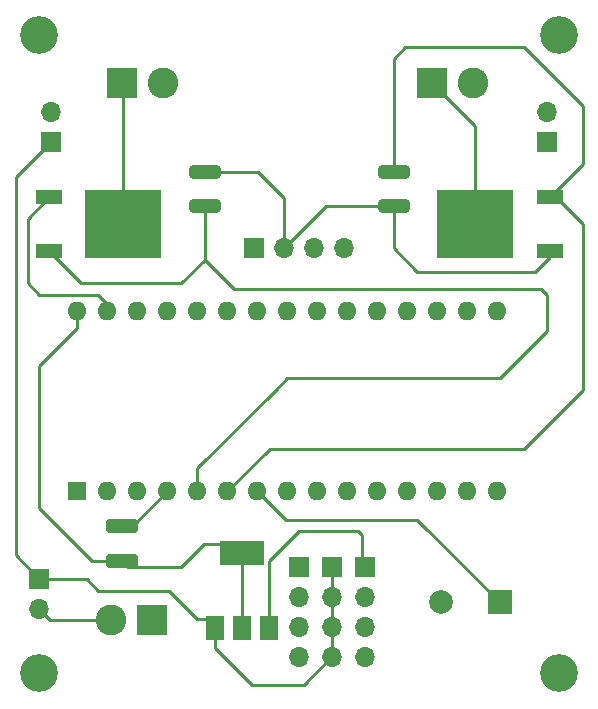
<source format=gbr>
%TF.GenerationSoftware,KiCad,Pcbnew,(6.0.1)*%
%TF.CreationDate,2022-02-19T19:07:31+01:00*%
%TF.ProjectId,NANOFC,4e414e4f-4643-42e6-9b69-6361645f7063,rev?*%
%TF.SameCoordinates,Original*%
%TF.FileFunction,Copper,L2,Bot*%
%TF.FilePolarity,Positive*%
%FSLAX46Y46*%
G04 Gerber Fmt 4.6, Leading zero omitted, Abs format (unit mm)*
G04 Created by KiCad (PCBNEW (6.0.1)) date 2022-02-19 19:07:31*
%MOMM*%
%LPD*%
G01*
G04 APERTURE LIST*
G04 Aperture macros list*
%AMRoundRect*
0 Rectangle with rounded corners*
0 $1 Rounding radius*
0 $2 $3 $4 $5 $6 $7 $8 $9 X,Y pos of 4 corners*
0 Add a 4 corners polygon primitive as box body*
4,1,4,$2,$3,$4,$5,$6,$7,$8,$9,$2,$3,0*
0 Add four circle primitives for the rounded corners*
1,1,$1+$1,$2,$3*
1,1,$1+$1,$4,$5*
1,1,$1+$1,$6,$7*
1,1,$1+$1,$8,$9*
0 Add four rect primitives between the rounded corners*
20,1,$1+$1,$2,$3,$4,$5,0*
20,1,$1+$1,$4,$5,$6,$7,0*
20,1,$1+$1,$6,$7,$8,$9,0*
20,1,$1+$1,$8,$9,$2,$3,0*%
G04 Aperture macros list end*
%TA.AperFunction,ComponentPad*%
%ADD10R,2.600000X2.600000*%
%TD*%
%TA.AperFunction,ComponentPad*%
%ADD11C,2.600000*%
%TD*%
%TA.AperFunction,ComponentPad*%
%ADD12R,1.700000X1.700000*%
%TD*%
%TA.AperFunction,ComponentPad*%
%ADD13O,1.700000X1.700000*%
%TD*%
%TA.AperFunction,ComponentPad*%
%ADD14R,2.000000X2.000000*%
%TD*%
%TA.AperFunction,ComponentPad*%
%ADD15C,2.000000*%
%TD*%
%TA.AperFunction,ComponentPad*%
%ADD16R,1.600000X1.600000*%
%TD*%
%TA.AperFunction,ComponentPad*%
%ADD17O,1.600000X1.600000*%
%TD*%
%TA.AperFunction,SMDPad,CuDef*%
%ADD18R,2.200000X1.200000*%
%TD*%
%TA.AperFunction,SMDPad,CuDef*%
%ADD19R,6.400000X5.800000*%
%TD*%
%TA.AperFunction,SMDPad,CuDef*%
%ADD20RoundRect,0.250000X1.075000X-0.312500X1.075000X0.312500X-1.075000X0.312500X-1.075000X-0.312500X0*%
%TD*%
%TA.AperFunction,SMDPad,CuDef*%
%ADD21RoundRect,0.250000X1.100000X-0.325000X1.100000X0.325000X-1.100000X0.325000X-1.100000X-0.325000X0*%
%TD*%
%TA.AperFunction,SMDPad,CuDef*%
%ADD22R,1.500000X2.000000*%
%TD*%
%TA.AperFunction,SMDPad,CuDef*%
%ADD23R,3.800000X2.000000*%
%TD*%
%TA.AperFunction,SMDPad,CuDef*%
%ADD24RoundRect,0.250000X-1.075000X0.312500X-1.075000X-0.312500X1.075000X-0.312500X1.075000X0.312500X0*%
%TD*%
%TA.AperFunction,ViaPad*%
%ADD25C,3.200000*%
%TD*%
%TA.AperFunction,Conductor*%
%ADD26C,0.250000*%
%TD*%
G04 APERTURE END LIST*
D10*
%TO.P,J4,1,Pin_1*%
%TO.N,Net-(J4-Pad1)*%
X160000000Y-67000000D03*
D11*
%TO.P,J4,2,Pin_2*%
%TO.N,Net-(J4-Pad2)*%
X163500000Y-67000000D03*
%TD*%
D12*
%TO.P,J8,1,Pin_1*%
%TO.N,+BATT*%
X153000000Y-109000000D03*
D13*
%TO.P,J8,2,Pin_2*%
%TO.N,Net-(J1-Pad2)*%
X153000000Y-111540000D03*
%TD*%
D14*
%TO.P,BZ1,1,-*%
%TO.N,Buzzer*%
X192000000Y-111000000D03*
D15*
%TO.P,BZ1,2,+*%
%TO.N,GND*%
X187000000Y-111000000D03*
%TD*%
D12*
%TO.P,J3,1,Pin_1*%
%TO.N,3.3v*%
X171200000Y-81000000D03*
D13*
%TO.P,J3,2,Pin_2*%
%TO.N,GND*%
X173740000Y-81000000D03*
%TO.P,J3,3,Pin_3*%
%TO.N,SCL*%
X176280000Y-81000000D03*
%TO.P,J3,4,Pin_4*%
%TO.N,SDA*%
X178820000Y-81000000D03*
%TD*%
D12*
%TO.P,J7,1,Pin_1*%
%TO.N,GND*%
X180600000Y-108000000D03*
D13*
%TO.P,J7,2,Pin_2*%
X180600000Y-110540000D03*
%TO.P,J7,3,Pin_3*%
X180600000Y-113080000D03*
%TO.P,J7,4,Pin_4*%
X180600000Y-115620000D03*
%TD*%
D16*
%TO.P,A1,1,D1/TX*%
%TO.N,unconnected-(A1-Pad1)*%
X156210000Y-101590000D03*
D17*
%TO.P,A1,2,D0/RX*%
%TO.N,unconnected-(A1-Pad2)*%
X158750000Y-101590000D03*
%TO.P,A1,3,~{RESET}*%
%TO.N,unconnected-(A1-Pad3)*%
X161290000Y-101590000D03*
%TO.P,A1,4,GND*%
%TO.N,GND*%
X163830000Y-101590000D03*
%TO.P,A1,5,D2*%
%TO.N,Pyro_1*%
X166370000Y-101590000D03*
%TO.P,A1,6,D3*%
%TO.N,Pyro_2*%
X168910000Y-101590000D03*
%TO.P,A1,7,D4*%
%TO.N,Buzzer*%
X171450000Y-101590000D03*
%TO.P,A1,8,D5*%
%TO.N,Servo_1*%
X173990000Y-101590000D03*
%TO.P,A1,9,D6*%
%TO.N,Servo_2*%
X176530000Y-101590000D03*
%TO.P,A1,10,D7*%
%TO.N,Servo_3*%
X179070000Y-101590000D03*
%TO.P,A1,11,D8*%
%TO.N,Servo_4*%
X181610000Y-101590000D03*
%TO.P,A1,12,D9*%
%TO.N,unconnected-(A1-Pad12)*%
X184150000Y-101590000D03*
%TO.P,A1,13,D10*%
%TO.N,unconnected-(A1-Pad13)*%
X186690000Y-101590000D03*
%TO.P,A1,14,D11*%
%TO.N,unconnected-(A1-Pad14)*%
X189230000Y-101590000D03*
%TO.P,A1,15,D12*%
%TO.N,unconnected-(A1-Pad15)*%
X191770000Y-101590000D03*
%TO.P,A1,16,D13*%
%TO.N,unconnected-(A1-Pad16)*%
X191770000Y-86350000D03*
%TO.P,A1,17,3V3*%
%TO.N,unconnected-(A1-Pad17)*%
X189230000Y-86350000D03*
%TO.P,A1,18,AREF*%
%TO.N,unconnected-(A1-Pad18)*%
X186690000Y-86350000D03*
%TO.P,A1,19,A0*%
%TO.N,unconnected-(A1-Pad19)*%
X184150000Y-86350000D03*
%TO.P,A1,20,A1*%
%TO.N,unconnected-(A1-Pad20)*%
X181610000Y-86350000D03*
%TO.P,A1,21,A2*%
%TO.N,unconnected-(A1-Pad21)*%
X179070000Y-86350000D03*
%TO.P,A1,22,A3*%
%TO.N,unconnected-(A1-Pad22)*%
X176530000Y-86350000D03*
%TO.P,A1,23,A4*%
%TO.N,SDA*%
X173990000Y-86350000D03*
%TO.P,A1,24,A5*%
%TO.N,SCL*%
X171450000Y-86350000D03*
%TO.P,A1,25,A6*%
%TO.N,unconnected-(A1-Pad25)*%
X168910000Y-86350000D03*
%TO.P,A1,26,A7*%
%TO.N,unconnected-(A1-Pad26)*%
X166370000Y-86350000D03*
%TO.P,A1,27,+5V*%
%TO.N,unconnected-(A1-Pad27)*%
X163830000Y-86350000D03*
%TO.P,A1,28,~{RESET}*%
%TO.N,unconnected-(A1-Pad28)*%
X161290000Y-86350000D03*
%TO.P,A1,29,GND*%
%TO.N,GND*%
X158750000Y-86350000D03*
%TO.P,A1,30,VIN*%
%TO.N,3.3v*%
X156210000Y-86350000D03*
%TD*%
D12*
%TO.P,J9,1,Pin_1*%
%TO.N,+BATT*%
X196000000Y-72000000D03*
D13*
%TO.P,J9,2,Pin_2*%
%TO.N,Net-(J2-Pad2)*%
X196000000Y-69460000D03*
%TD*%
D12*
%TO.P,J6,1,Pin_1*%
%TO.N,+BATT*%
X177800000Y-108000000D03*
D13*
%TO.P,J6,2,Pin_2*%
X177800000Y-110540000D03*
%TO.P,J6,3,Pin_3*%
X177800000Y-113080000D03*
%TO.P,J6,4,Pin_4*%
X177800000Y-115620000D03*
%TD*%
D10*
%TO.P,J2,1,Pin_1*%
%TO.N,Net-(J2-Pad1)*%
X186250000Y-67000000D03*
D11*
%TO.P,J2,2,Pin_2*%
%TO.N,Net-(J2-Pad2)*%
X189750000Y-67000000D03*
%TD*%
D10*
%TO.P,J1,1,Pin_1*%
%TO.N,GND*%
X162560000Y-112455000D03*
D11*
%TO.P,J1,2,Pin_2*%
%TO.N,Net-(J1-Pad2)*%
X159060000Y-112455000D03*
%TD*%
D12*
%TO.P,J10,1,Pin_1*%
%TO.N,+BATT*%
X154000000Y-72000000D03*
D13*
%TO.P,J10,2,Pin_2*%
%TO.N,Net-(J4-Pad2)*%
X154000000Y-69460000D03*
%TD*%
D12*
%TO.P,J5,1,Pin_1*%
%TO.N,Servo_4*%
X175000000Y-108000000D03*
D13*
%TO.P,J5,2,Pin_2*%
%TO.N,Servo_3*%
X175000000Y-110540000D03*
%TO.P,J5,3,Pin_3*%
%TO.N,Servo_2*%
X175000000Y-113080000D03*
%TO.P,J5,4,Pin_4*%
%TO.N,Servo_1*%
X175000000Y-115620000D03*
%TD*%
D18*
%TO.P,Q1,1*%
%TO.N,Pyro_2*%
X196200000Y-76720000D03*
D19*
%TO.P,Q1,2*%
%TO.N,Net-(J2-Pad1)*%
X189900000Y-79000000D03*
D18*
%TO.P,Q1,3*%
%TO.N,GND*%
X196200000Y-81280000D03*
%TD*%
D20*
%TO.P,R1,1*%
%TO.N,GND*%
X183000000Y-77462500D03*
%TO.P,R1,2*%
%TO.N,Pyro_2*%
X183000000Y-74537500D03*
%TD*%
D21*
%TO.P,C1,1*%
%TO.N,3.3v*%
X160000000Y-107475000D03*
%TO.P,C1,2*%
%TO.N,GND*%
X160000000Y-104525000D03*
%TD*%
D18*
%TO.P,Q2,1*%
%TO.N,Pyro_1*%
X153800000Y-81280000D03*
D19*
%TO.P,Q2,2*%
%TO.N,Net-(J4-Pad1)*%
X160100000Y-79000000D03*
D18*
%TO.P,Q2,3*%
%TO.N,GND*%
X153800000Y-76720000D03*
%TD*%
D22*
%TO.P,U1,1,GND*%
%TO.N,GND*%
X172480000Y-113150000D03*
D23*
%TO.P,U1,2,VO*%
%TO.N,3.3v*%
X170180000Y-106850000D03*
D22*
X170180000Y-113150000D03*
%TO.P,U1,3,VI*%
%TO.N,+BATT*%
X167880000Y-113150000D03*
%TD*%
D24*
%TO.P,R2,1*%
%TO.N,GND*%
X167000000Y-74537500D03*
%TO.P,R2,2*%
%TO.N,Pyro_1*%
X167000000Y-77462500D03*
%TD*%
D25*
%TO.N,*%
X153000000Y-117000000D03*
X197000000Y-117000000D03*
X153000000Y-63000000D03*
X197000000Y-63000000D03*
%TD*%
D26*
%TO.N,GND*%
X183000000Y-77462500D02*
X177277500Y-77462500D01*
X152000000Y-84000000D02*
X153000000Y-85000000D01*
X172480000Y-112370000D02*
X172480000Y-107520000D01*
X180340000Y-105340000D02*
X180340000Y-107960000D01*
X183000000Y-81000000D02*
X185000000Y-83000000D01*
X153800000Y-76720000D02*
X152000000Y-78520000D01*
X183000000Y-77462500D02*
X183000000Y-81000000D01*
X196200000Y-81800000D02*
X196200000Y-81280000D01*
X185000000Y-83000000D02*
X195000000Y-83000000D01*
X171537500Y-74537500D02*
X173740000Y-76740000D01*
X175000000Y-105000000D02*
X180000000Y-105000000D01*
X152000000Y-78520000D02*
X152000000Y-84000000D01*
X180000000Y-105000000D02*
X180340000Y-105340000D01*
X172480000Y-107520000D02*
X175000000Y-105000000D01*
X177277500Y-77462500D02*
X173740000Y-81000000D01*
X195000000Y-83000000D02*
X196200000Y-81800000D01*
X158750000Y-85750000D02*
X158750000Y-86350000D01*
X160000000Y-104525000D02*
X160895000Y-104525000D01*
X160895000Y-104525000D02*
X163830000Y-101590000D01*
X153000000Y-85000000D02*
X158000000Y-85000000D01*
X173740000Y-76740000D02*
X173740000Y-81000000D01*
X167000000Y-74537500D02*
X171537500Y-74537500D01*
X158000000Y-85000000D02*
X158750000Y-85750000D01*
%TO.N,Pyro_1*%
X166370000Y-101590000D02*
X166370000Y-99630000D01*
X156520000Y-84000000D02*
X153800000Y-81280000D01*
X169449520Y-84449520D02*
X167000000Y-82000000D01*
X194813802Y-84449520D02*
X169449520Y-84449520D01*
X195449520Y-84449520D02*
X194813802Y-84449520D01*
X165000000Y-84000000D02*
X156520000Y-84000000D01*
X192000000Y-92000000D02*
X196000000Y-88000000D01*
X174000000Y-92000000D02*
X192000000Y-92000000D01*
X167000000Y-77462500D02*
X167000000Y-82000000D01*
X167000000Y-82000000D02*
X165000000Y-84000000D01*
X196000000Y-85000000D02*
X195449520Y-84449520D01*
X173000000Y-93000000D02*
X174000000Y-92000000D01*
X166370000Y-99630000D02*
X173000000Y-93000000D01*
X196000000Y-88000000D02*
X196000000Y-85000000D01*
%TO.N,Pyro_2*%
X199000000Y-73920000D02*
X199000000Y-69000000D01*
X194000000Y-64000000D02*
X184000000Y-64000000D01*
X196200000Y-76720000D02*
X196720000Y-76720000D01*
X199000000Y-93000000D02*
X194000000Y-98000000D01*
X184000000Y-64000000D02*
X183000000Y-65000000D01*
X199000000Y-79000000D02*
X199000000Y-93000000D01*
X199000000Y-69000000D02*
X194000000Y-64000000D01*
X196720000Y-76720000D02*
X199000000Y-79000000D01*
X183000000Y-65000000D02*
X183000000Y-74537500D01*
X172500000Y-98000000D02*
X168910000Y-101590000D01*
X194000000Y-98000000D02*
X172500000Y-98000000D01*
X196200000Y-76720000D02*
X199000000Y-73920000D01*
%TO.N,Buzzer*%
X192000000Y-111000000D02*
X185000000Y-104000000D01*
X173860000Y-104000000D02*
X171450000Y-101590000D01*
X185000000Y-104000000D02*
X173860000Y-104000000D01*
%TO.N,3.3v*%
X153000000Y-103000000D02*
X153000000Y-91000000D01*
X160525000Y-108000000D02*
X165000000Y-108000000D01*
X157475000Y-107475000D02*
X160000000Y-107475000D01*
X160000000Y-107475000D02*
X160525000Y-108000000D01*
X170180000Y-112370000D02*
X170180000Y-106070000D01*
X153000000Y-91000000D02*
X156210000Y-87790000D01*
X153000000Y-103000000D02*
X157475000Y-107475000D01*
X165000000Y-108000000D02*
X166930000Y-106070000D01*
X156210000Y-87790000D02*
X156210000Y-86350000D01*
X166930000Y-106070000D02*
X170180000Y-106070000D01*
%TO.N,+BATT*%
X175380000Y-118000000D02*
X177800000Y-115580000D01*
X151000000Y-75000000D02*
X154000000Y-72000000D01*
X158000000Y-110000000D02*
X157000000Y-109000000D01*
X157000000Y-109000000D02*
X153000000Y-109000000D01*
X167880000Y-112370000D02*
X167880000Y-114880000D01*
X177800000Y-110500000D02*
X177800000Y-113040000D01*
X167880000Y-112370000D02*
X166370000Y-112370000D01*
X177800000Y-110500000D02*
X177800000Y-107960000D01*
X177800000Y-115580000D02*
X177800000Y-113040000D01*
X164000000Y-110000000D02*
X158000000Y-110000000D01*
X167880000Y-114880000D02*
X171000000Y-118000000D01*
X166370000Y-112370000D02*
X164000000Y-110000000D01*
X151000000Y-107000000D02*
X151000000Y-75000000D01*
X153000000Y-109000000D02*
X151000000Y-107000000D01*
X171000000Y-118000000D02*
X175380000Y-118000000D01*
%TO.N,Net-(J2-Pad1)*%
X189900000Y-70650000D02*
X186250000Y-67000000D01*
X189900000Y-79000000D02*
X189900000Y-70650000D01*
%TO.N,Net-(J4-Pad1)*%
X160100000Y-67100000D02*
X160000000Y-67000000D01*
X160100000Y-79000000D02*
X160100000Y-67100000D01*
%TO.N,Net-(J1-Pad2)*%
X153915000Y-112455000D02*
X153000000Y-111540000D01*
X159060000Y-112455000D02*
X153915000Y-112455000D01*
%TD*%
M02*

</source>
